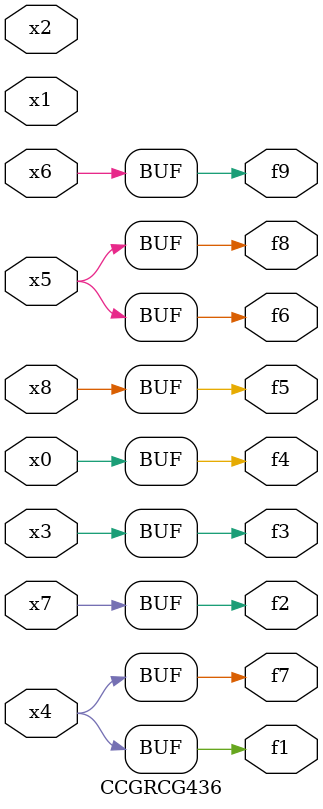
<source format=v>
module CCGRCG436(
	input x0, x1, x2, x3, x4, x5, x6, x7, x8,
	output f1, f2, f3, f4, f5, f6, f7, f8, f9
);
	assign f1 = x4;
	assign f2 = x7;
	assign f3 = x3;
	assign f4 = x0;
	assign f5 = x8;
	assign f6 = x5;
	assign f7 = x4;
	assign f8 = x5;
	assign f9 = x6;
endmodule

</source>
